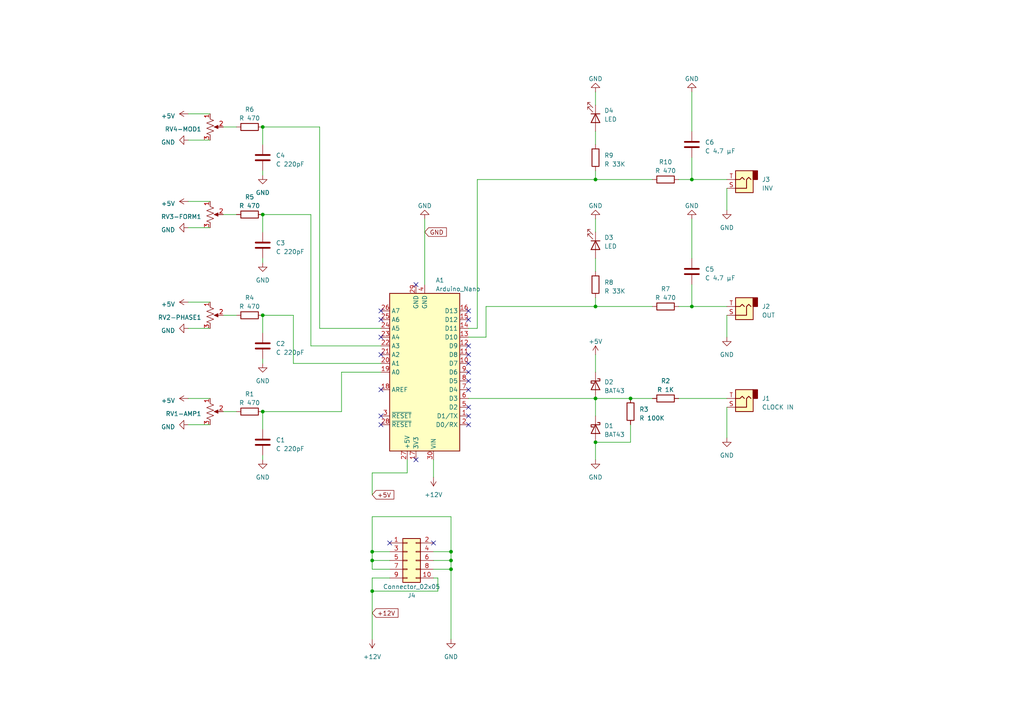
<source format=kicad_sch>
(kicad_sch (version 20230121) (generator eeschema)
  (paper "A4")
  (lib_symbols
    (symbol "Connector_Audio:AudioJack2"
      (property "Reference" "J" (at 0 8.89 0))
      (property "Value" "AudioJack2" (at 0 6.35 0))
      (symbol "AudioJack2_0_1"
        (rectangle (start -3.81 0) (end -2.54 -2.54) (stroke (width 0.254)) (fill (type outline)))
        (rectangle (start -2.54 3.81) (end 2.54 -2.54) (stroke (width 0.254)) (fill (type background)))
        (polyline (pts (xy 0 0) (xy 0.635 -0.635) (xy 1.27 0) (xy 2.54 0)) (stroke (width 0.254)))
        (polyline (pts (xy 2.54 2.54) (xy -0.635 2.54) (xy -0.635 0) (xy -1.27 -0.635) (xy -1.905 0)) (stroke (width 0.254)))
      )
      (symbol "AudioJack2_1_1"
        (pin passive line (at 5.08 2.54 180) (length 2.54) (name "~") (number "S"))
        (pin passive line (at 5.08 0 180) (length 2.54) (name "~") (number "T"))
      )
    )
    (symbol "Connector_Generic:Conn_02x05_Odd_Even" (pin_names (offset 1.016) hide)
      (property "Reference" "J" (at 1.27 7.62 0))
      (property "Value" "Conn_02x05_Odd_Even" (at 1.27 -7.62 0))
      (symbol "Conn_02x05_Odd_Even_1_1"
        (rectangle (start -1.27 -4.953) (end 0 -5.207) (stroke (width 0.1524)))
        (rectangle (start -1.27 -2.413) (end 0 -2.667) (stroke (width 0.1524)))
        (rectangle (start -1.27 0.127) (end 0 -0.127) (stroke (width 0.1524)))
        (rectangle (start -1.27 2.667) (end 0 2.413) (stroke (width 0.1524)))
        (rectangle (start -1.27 5.207) (end 0 4.953) (stroke (width 0.1524)))
        (rectangle (start -1.27 6.35) (end 3.81 -6.35) (stroke (width 0.254)) (fill (type background)))
        (rectangle (start 3.81 -4.953) (end 2.54 -5.207) (stroke (width 0.1524)))
        (rectangle (start 3.81 -2.413) (end 2.54 -2.667) (stroke (width 0.1524)))
        (rectangle (start 3.81 0.127) (end 2.54 -0.127) (stroke (width 0.1524)))
        (rectangle (start 3.81 2.667) (end 2.54 2.413) (stroke (width 0.1524)))
        (rectangle (start 3.81 5.207) (end 2.54 4.953) (stroke (width 0.1524)))
        (pin passive line (at -5.08 5.08 0) (length 3.81) (name "Pin_1") (number "1"))
        (pin passive line (at 7.62 -5.08 180) (length 3.81) (name "Pin_10") (number "10"))
        (pin passive line (at 7.62 5.08 180) (length 3.81) (name "Pin_2") (number "2"))
        (pin passive line (at -5.08 2.54 0) (length 3.81) (name "Pin_3") (number "3"))
        (pin passive line (at 7.62 2.54 180) (length 3.81) (name "Pin_4") (number "4"))
        (pin passive line (at -5.08 0 0) (length 3.81) (name "Pin_5") (number "5"))
        (pin passive line (at 7.62 0 180) (length 3.81) (name "Pin_6") (number "6"))
        (pin passive line (at -5.08 -2.54 0) (length 3.81) (name "Pin_7") (number "7"))
        (pin passive line (at 7.62 -2.54 180) (length 3.81) (name "Pin_8") (number "8"))
        (pin passive line (at -5.08 -5.08 0) (length 3.81) (name "Pin_9") (number "9"))
      )
    )
    (symbol "Device:C" (pin_numbers hide) (pin_names (offset 0.254))
      (property "Reference" "C" (at 0.635 2.54 0))
      (property "Value" "C" (at 0.635 -2.54 0))
      (symbol "C_0_1"
        (polyline (pts (xy -2.032 -0.762) (xy 2.032 -0.762)) (stroke (width 0.508)))
        (polyline (pts (xy -2.032 0.762) (xy 2.032 0.762)) (stroke (width 0.508)))
      )
      (symbol "C_1_1"
        (pin passive line (at 0 3.81 270) (length 2.794) (name "~") (number "1"))
        (pin passive line (at 0 -3.81 90) (length 2.794) (name "~") (number "2"))
      )
    )
    (symbol "Device:LED" (pin_numbers hide) (pin_names (offset 1.016) hide)
      (property "Reference" "D" (at 0 2.54 0))
      (property "Value" "LED" (at 0 -2.54 0))
      (symbol "LED_0_1"
        (polyline (pts (xy -1.27 -1.27) (xy -1.27 1.27)) (stroke (width 0.254)))
        (polyline (pts (xy -1.27 0) (xy 1.27 0)))
        (polyline (pts (xy 1.27 -1.27) (xy 1.27 1.27) (xy -1.27 0) (xy 1.27 -1.27)) (stroke (width 0.254)))
        (polyline (pts (xy -3.048 -0.762) (xy -4.572 -2.286) (xy -3.81 -2.286) (xy -4.572 -2.286) (xy -4.572 -1.524)))
        (polyline (pts (xy -1.778 -0.762) (xy -3.302 -2.286) (xy -2.54 -2.286) (xy -3.302 -2.286) (xy -3.302 -1.524)))
      )
      (symbol "LED_1_1"
        (pin passive line (at -3.81 0 0) (length 2.54) (name "K") (number "1"))
        (pin passive line (at 3.81 0 180) (length 2.54) (name "A") (number "2"))
      )
    )
    (symbol "Device:R" (pin_numbers hide) (pin_names (offset 0))
      (property "Reference" "R" (at 2.032 0 90))
      (property "Value" "R" (at 0 0 90))
      (symbol "R_0_1"
        (rectangle (start -1.016 -2.54) (end 1.016 2.54) (stroke (width 0.254)))
      )
      (symbol "R_1_1"
        (pin passive line (at 0 3.81 270) (length 1.27) (name "~") (number "1"))
        (pin passive line (at 0 -3.81 90) (length 1.27) (name "~") (number "2"))
      )
    )
    (symbol "Device:R_Potentiometer_US" (pin_names (offset 1.016) hide)
      (property "Reference" "RV" (at -4.445 0 90))
      (property "Value" "R_Potentiometer_US" (at -2.54 0 90))
      (symbol "R_Potentiometer_US_0_1"
        (polyline (pts (xy 0 -2.286) (xy 0 -2.54)))
        (polyline (pts (xy 0 2.54) (xy 0 2.286)))
        (polyline (pts (xy 2.54 0) (xy 1.524 0)))
        (polyline (pts (xy 1.143 0) (xy 2.286 0.508) (xy 2.286 -0.508) (xy 1.143 0)) (fill (type outline)))
        (polyline (pts (xy 0 -0.762) (xy 1.016 -1.143) (xy 0 -1.524) (xy -1.016 -1.905) (xy 0 -2.286)))
        (polyline (pts (xy 0 0.762) (xy 1.016 0.381) (xy 0 0) (xy -1.016 -0.381) (xy 0 -0.762)))
        (polyline (pts (xy 0 2.286) (xy 1.016 1.905) (xy 0 1.524) (xy -1.016 1.143) (xy 0 0.762)))
      )
      (symbol "R_Potentiometer_US_1_1"
        (pin passive line (at 0 3.81 270) (length 1.27) (name "1") (number "1"))
        (pin passive line (at 3.81 0 180) (length 1.27) (name "2") (number "2"))
        (pin passive line (at 0 -3.81 90) (length 1.27) (name "3") (number "3"))
      )
    )
    (symbol "Diode:BAT43" (pin_numbers hide) (pin_names (offset 1.016) hide)
      (property "Reference" "D" (at 0 2.54 0))
      (property "Value" "BAT43" (at 0 -2.54 0))
      (symbol "BAT43_0_1"
        (polyline (pts (xy 1.27 0) (xy -1.27 0)))
        (polyline (pts (xy 1.27 1.27) (xy 1.27 -1.27) (xy -1.27 0) (xy 1.27 1.27)) (stroke (width 0.254)))
        (polyline (pts (xy -1.905 0.635) (xy -1.905 1.27) (xy -1.27 1.27) (xy -1.27 -1.27) (xy -0.635 -1.27) (xy -0.635 -0.635)) (stroke (width 0.254)))
      )
      (symbol "BAT43_1_1"
        (pin passive line (at -3.81 0 0) (length 2.54) (name "K") (number "1"))
        (pin passive line (at 3.81 0 180) (length 2.54) (name "A") (number "2"))
      )
    )
    (symbol "MCU_Module:Arduino_Nano_v3.x"
      (property "Reference" "A" (at -10.16 23.495 0))
      (property "Value" "Arduino_Nano_v3.x" (at 5.08 -24.13 0))
      (symbol "Arduino_Nano_v3.x_0_1"
        (rectangle (start -10.16 22.86) (end 10.16 -22.86) (stroke (width 0.254)) (fill (type background)))
      )
      (symbol "Arduino_Nano_v3.x_1_1"
        (pin bidirectional line (at -12.7 12.7 0) (length 2.54) (name "D1/TX") (number "1"))
        (pin bidirectional line (at -12.7 -2.54 0) (length 2.54) (name "D7") (number "10"))
        (pin bidirectional line (at -12.7 -5.08 0) (length 2.54) (name "D8") (number "11"))
        (pin bidirectional line (at -12.7 -7.62 0) (length 2.54) (name "D9") (number "12"))
        (pin bidirectional line (at -12.7 -10.16 0) (length 2.54) (name "D10") (number "13"))
        (pin bidirectional line (at -12.7 -12.7 0) (length 2.54) (name "D11") (number "14"))
        (pin bidirectional line (at -12.7 -15.24 0) (length 2.54) (name "D12") (number "15"))
        (pin bidirectional line (at -12.7 -17.78 0) (length 2.54) (name "D13") (number "16"))
        (pin power_out line (at 2.54 25.4 270) (length 2.54) (name "3V3") (number "17"))
        (pin input line (at 12.7 5.08 180) (length 2.54) (name "AREF") (number "18"))
        (pin bidirectional line (at 12.7 0 180) (length 2.54) (name "A0") (number "19"))
        (pin bidirectional line (at -12.7 15.24 0) (length 2.54) (name "D0/RX") (number "2"))
        (pin bidirectional line (at 12.7 -2.54 180) (length 2.54) (name "A1") (number "20"))
        (pin bidirectional line (at 12.7 -5.08 180) (length 2.54) (name "A2") (number "21"))
        (pin bidirectional line (at 12.7 -7.62 180) (length 2.54) (name "A3") (number "22"))
        (pin bidirectional line (at 12.7 -10.16 180) (length 2.54) (name "A4") (number "23"))
        (pin bidirectional line (at 12.7 -12.7 180) (length 2.54) (name "A5") (number "24"))
        (pin bidirectional line (at 12.7 -15.24 180) (length 2.54) (name "A6") (number "25"))
        (pin bidirectional line (at 12.7 -17.78 180) (length 2.54) (name "A7") (number "26"))
        (pin power_out line (at 5.08 25.4 270) (length 2.54) (name "+5V") (number "27"))
        (pin input line (at 12.7 15.24 180) (length 2.54) (name "~{RESET}") (number "28"))
        (pin power_in line (at 2.54 -25.4 90) (length 2.54) (name "GND") (number "29"))
        (pin input line (at 12.7 12.7 180) (length 2.54) (name "~{RESET}") (number "3"))
        (pin power_in line (at -2.54 25.4 270) (length 2.54) (name "VIN") (number "30"))
        (pin power_in line (at 0 -25.4 90) (length 2.54) (name "GND") (number "4"))
        (pin bidirectional line (at -12.7 10.16 0) (length 2.54) (name "D2") (number "5"))
        (pin bidirectional line (at -12.7 7.62 0) (length 2.54) (name "D3") (number "6"))
        (pin bidirectional line (at -12.7 5.08 0) (length 2.54) (name "D4") (number "7"))
        (pin bidirectional line (at -12.7 2.54 0) (length 2.54) (name "D5") (number "8"))
        (pin bidirectional line (at -12.7 0 0) (length 2.54) (name "D6") (number "9"))
      )
    )
    (symbol "power:+12V" (power) (pin_names (offset 0))
      (property "Value" "+12V" (at 0 3.556 0))
      (symbol "+12V_0_1"
        (polyline (pts (xy -0.762 1.27) (xy 0 2.54)))
        (polyline (pts (xy 0 0) (xy 0 2.54)))
        (polyline (pts (xy 0 2.54) (xy 0.762 1.27)))
      )
      (symbol "+12V_1_1"
        (pin power_in line (at 0 0 90) (length 0) hide (name "+12V") (number "1"))
      )
    )
    (symbol "power:+5V" (power) (pin_names (offset 0))
      (property "Value" "+5V" (at 0 3.556 0))
      (symbol "+5V_0_1"
        (polyline (pts (xy -0.762 1.27) (xy 0 2.54)))
        (polyline (pts (xy 0 0) (xy 0 2.54)))
        (polyline (pts (xy 0 2.54) (xy 0.762 1.27)))
      )
      (symbol "+5V_1_1"
        (pin power_in line (at 0 0 90) (length 0) hide (name "+5V") (number "1"))
      )
    )
    (symbol "power:GND" (power) (pin_names (offset 0))
      (property "Value" "GND" (at 0 -3.81 0))
      (symbol "GND_0_1"
        (polyline (pts (xy 0 0) (xy 0 -1.27) (xy 1.27 -1.27) (xy 0 -2.54) (xy -1.27 -1.27) (xy 0 -1.27)))
      )
      (symbol "GND_1_1"
        (pin power_in line (at 0 0 270) (length 0) hide (name "GND") (number "1"))
      )
    )
  )
  (junction (at 107.95 171.45))
  (junction (at 172.72 128.27))
  (junction (at 200.66 88.9))
  (junction (at 76.2 62.23))
  (junction (at 76.2 36.83))
  (junction (at 182.88 115.57))
  (junction (at 172.72 115.57))
  (junction (at 200.66 52.07))
  (junction (at 130.81 160.02))
  (junction (at 107.95 160.02))
  (junction (at 130.81 165.1))
  (junction (at 130.81 162.56))
  (junction (at 76.2 91.44))
  (junction (at 172.72 52.07))
  (junction (at 76.2 119.38))
  (junction (at 172.72 88.9))
  (junction (at 107.95 162.56))
  (no_connect (at 135.89 123.19))
  (no_connect (at 110.49 113.03))
  (no_connect (at 135.89 100.33))
  (no_connect (at 125.73 157.48))
  (no_connect (at 135.89 102.87))
  (no_connect (at 135.89 92.71))
  (no_connect (at 135.89 90.17))
  (no_connect (at 110.49 102.87))
  (no_connect (at 110.49 92.71))
  (no_connect (at 135.89 105.41))
  (no_connect (at 110.49 123.19))
  (no_connect (at 135.89 120.65))
  (no_connect (at 135.89 113.03))
  (no_connect (at 110.49 120.65))
  (no_connect (at 110.49 90.17))
  (no_connect (at 110.49 97.79))
  (no_connect (at 135.89 110.49))
  (no_connect (at 135.89 107.95))
  (no_connect (at 120.65 82.55))
  (no_connect (at 113.03 157.48))
  (no_connect (at 135.89 118.11))
  (no_connect (at 120.65 133.35))
  (wire (pts (xy 182.88 128.27) (xy 172.72 128.27)))
  (wire (pts (xy 138.43 95.25) (xy 138.43 52.07)))
  (wire (pts (xy 196.85 115.57) (xy 210.82 115.57)))
  (wire (pts (xy 172.72 88.9) (xy 189.23 88.9)))
  (wire (pts (xy 107.95 162.56) (xy 113.03 162.56)))
  (wire (pts (xy 76.2 119.38) (xy 99.06 119.38)))
  (wire (pts (xy 107.95 167.64) (xy 107.95 171.45)))
  (wire (pts (xy 210.82 91.44) (xy 210.82 97.79)))
  (wire (pts (xy 76.2 132.08) (xy 76.2 133.35)))
  (wire (pts (xy 107.95 162.56) (xy 107.95 165.1)))
  (wire (pts (xy 64.77 62.23) (xy 68.58 62.23)))
  (wire (pts (xy 172.72 63.5) (xy 172.72 67.31)))
  (wire (pts (xy 200.66 63.5) (xy 200.66 74.93)))
  (wire (pts (xy 107.95 160.02) (xy 113.03 160.02)))
  (wire (pts (xy 113.03 167.64) (xy 107.95 167.64)))
  (wire (pts (xy 189.23 115.57) (xy 182.88 115.57)))
  (wire (pts (xy 90.17 62.23) (xy 90.17 100.33)))
  (wire (pts (xy 135.89 115.57) (xy 172.72 115.57)))
  (wire (pts (xy 110.49 95.25) (xy 92.71 95.25)))
  (wire (pts (xy 110.49 107.95) (xy 99.06 107.95)))
  (wire (pts (xy 54.61 58.42) (xy 60.96 58.42)))
  (wire (pts (xy 140.97 88.9) (xy 140.97 97.79)))
  (wire (pts (xy 196.85 88.9) (xy 200.66 88.9)))
  (wire (pts (xy 172.72 49.53) (xy 172.72 52.07)))
  (wire (pts (xy 130.81 165.1) (xy 130.81 162.56)))
  (wire (pts (xy 130.81 160.02) (xy 130.81 149.86)))
  (wire (pts (xy 64.77 119.38) (xy 68.58 119.38)))
  (wire (pts (xy 76.2 74.93) (xy 76.2 76.2)))
  (wire (pts (xy 107.95 171.45) (xy 127 171.45)))
  (wire (pts (xy 210.82 54.61) (xy 210.82 60.96)))
  (wire (pts (xy 172.72 115.57) (xy 172.72 120.65)))
  (wire (pts (xy 172.72 86.36) (xy 172.72 88.9)))
  (wire (pts (xy 125.73 133.35) (xy 125.73 138.43)))
  (wire (pts (xy 172.72 38.1) (xy 172.72 41.91)))
  (wire (pts (xy 107.95 137.16) (xy 107.95 143.51)))
  (wire (pts (xy 76.2 36.83) (xy 76.2 41.91)))
  (wire (pts (xy 54.61 95.25) (xy 60.96 95.25)))
  (wire (pts (xy 127 167.64) (xy 125.73 167.64)))
  (wire (pts (xy 118.11 137.16) (xy 118.11 133.35)))
  (wire (pts (xy 54.61 40.64) (xy 60.96 40.64)))
  (wire (pts (xy 92.71 36.83) (xy 76.2 36.83)))
  (wire (pts (xy 125.73 160.02) (xy 130.81 160.02)))
  (wire (pts (xy 92.71 95.25) (xy 92.71 36.83)))
  (wire (pts (xy 172.72 128.27) (xy 172.72 133.35)))
  (wire (pts (xy 110.49 105.41) (xy 85.09 105.41)))
  (wire (pts (xy 76.2 104.14) (xy 76.2 105.41)))
  (wire (pts (xy 172.72 52.07) (xy 189.23 52.07)))
  (wire (pts (xy 76.2 62.23) (xy 76.2 67.31)))
  (wire (pts (xy 107.95 165.1) (xy 113.03 165.1)))
  (wire (pts (xy 125.73 165.1) (xy 130.81 165.1)))
  (wire (pts (xy 127 171.45) (xy 127 167.64)))
  (wire (pts (xy 90.17 100.33) (xy 110.49 100.33)))
  (wire (pts (xy 200.66 52.07) (xy 200.66 45.72)))
  (wire (pts (xy 54.61 87.63) (xy 60.96 87.63)))
  (wire (pts (xy 76.2 119.38) (xy 76.2 124.46)))
  (wire (pts (xy 107.95 171.45) (xy 107.95 185.42)))
  (wire (pts (xy 135.89 95.25) (xy 138.43 95.25)))
  (wire (pts (xy 200.66 52.07) (xy 210.82 52.07)))
  (wire (pts (xy 125.73 162.56) (xy 130.81 162.56)))
  (wire (pts (xy 54.61 115.57) (xy 60.96 115.57)))
  (wire (pts (xy 107.95 137.16) (xy 118.11 137.16)))
  (wire (pts (xy 85.09 105.41) (xy 85.09 91.44)))
  (wire (pts (xy 90.17 62.23) (xy 76.2 62.23)))
  (wire (pts (xy 64.77 36.83) (xy 68.58 36.83)))
  (wire (pts (xy 64.77 91.44) (xy 68.58 91.44)))
  (wire (pts (xy 130.81 149.86) (xy 107.95 149.86)))
  (wire (pts (xy 182.88 123.19) (xy 182.88 128.27)))
  (wire (pts (xy 54.61 66.04) (xy 60.96 66.04)))
  (wire (pts (xy 130.81 162.56) (xy 130.81 160.02)))
  (wire (pts (xy 210.82 118.11) (xy 210.82 127)))
  (wire (pts (xy 54.61 33.02) (xy 60.96 33.02)))
  (wire (pts (xy 172.72 88.9) (xy 140.97 88.9)))
  (wire (pts (xy 76.2 49.53) (xy 76.2 50.8)))
  (wire (pts (xy 200.66 88.9) (xy 200.66 82.55)))
  (wire (pts (xy 172.72 74.93) (xy 172.72 78.74)))
  (wire (pts (xy 130.81 165.1) (xy 130.81 185.42)))
  (wire (pts (xy 99.06 107.95) (xy 99.06 119.38)))
  (wire (pts (xy 138.43 52.07) (xy 172.72 52.07)))
  (wire (pts (xy 172.72 102.87) (xy 172.72 107.95)))
  (wire (pts (xy 196.85 52.07) (xy 200.66 52.07)))
  (wire (pts (xy 54.61 123.19) (xy 60.96 123.19)))
  (wire (pts (xy 200.66 26.67) (xy 200.66 38.1)))
  (wire (pts (xy 85.09 91.44) (xy 76.2 91.44)))
  (wire (pts (xy 123.19 63.5) (xy 123.19 82.55)))
  (wire (pts (xy 107.95 149.86) (xy 107.95 160.02)))
  (wire (pts (xy 107.95 160.02) (xy 107.95 162.56)))
  (wire (pts (xy 172.72 26.67) (xy 172.72 30.48)))
  (wire (pts (xy 172.72 115.57) (xy 182.88 115.57)))
  (wire (pts (xy 76.2 91.44) (xy 76.2 96.52)))
  (wire (pts (xy 140.97 97.79) (xy 135.89 97.79)))
  (wire (pts (xy 200.66 88.9) (xy 210.82 88.9)))
  (global_label "+12V" (shape input) (at 107.95 177.8 0) (property "Intersheetrefs" "${INTERSHEET_REFS}" (effects hide)))
  (global_label "GND" (shape input) (at 123.19 67.31 0) (property "Intersheetrefs" "${INTERSHEET_REFS}" (effects hide)))
  (global_label "+5V" (shape input) (at 107.95 143.51 0) (property "Intersheetrefs" "${INTERSHEET_REFS}" (effects hide)))
  (symbol (lib_id "power:GND") (at 54.61 123.19 270) (unit 1)
    (property "Reference" "#PWR02" (effects hide))
    (property "Value" "GND" (at 50.8 123.825 90) (effects (justify right)))
  )
  (symbol (lib_id "Device:R_Potentiometer_US") (at 60.96 62.23 0) (unit 1)
    (property "Reference" "RV3-FORM1" (at 58.42 62.865 0) (effects (justify right)))
    (property "Value" "R_Potentiometer_US" (effects hide))
    (property "Footprint" "Potentiometer_THT:Potentiometer_Alps_RK09K_Single_Vertical" (effects hide))
  )
  (symbol (lib_id "power:GND") (at 210.82 127 0) (unit 1)
    (property "Reference" "#PWR06" (effects hide))
    (property "Value" "GND" (at 210.82 132.08 0))
  )
  (symbol (lib_id "power:GND") (at 54.61 40.64 270) (unit 1)
    (property "Reference" "#PWR015" (effects hide))
    (property "Value" "GND" (at 50.8 41.275 90) (effects (justify right)))
  )
  (symbol (lib_id "Device:C") (at 200.66 41.91 0) (unit 1)
    (property "Reference" "C6" (at 204.47 41.275 0) (effects (justify left)))
    (property "Value" "C 4.7 µF" (at 204.47 43.815 0) (effects (justify left)))
    (property "Footprint" "Capacitor_THT:C_Radial_D5.0mm_H11.0mm_P2.00mm" (effects hide))
  )
  (symbol (lib_id "Device:R_Potentiometer_US") (at 60.96 91.44 0) (unit 1)
    (property "Reference" "RV2-PHASE1" (at 58.42 92.075 0) (effects (justify right)))
    (property "Value" "R_Potentiometer_US" (effects hide))
    (property "Footprint" "Potentiometer_THT:Potentiometer_Alps_RK09K_Single_Vertical" (effects hide))
  )
  (symbol (lib_id "Device:C") (at 76.2 128.27 0) (unit 1)
    (property "Reference" "C1" (at 80.01 127.635 0) (effects (justify left)))
    (property "Value" "C 220pF" (at 80.01 130.175 0) (effects (justify left)))
    (property "Footprint" "Capacitor_THT:C_Disc_D4.3mm_W1.9mm_P5.00mm" (effects hide))
  )
  (symbol (lib_id "power:GND") (at 172.72 63.5 180) (unit 1)
    (property "Reference" "#PWR017" (effects hide))
    (property "Value" "GND" (at 172.72 59.69 0))
  )
  (symbol (lib_id "Device:R") (at 193.04 88.9 90) (unit 1)
    (property "Reference" "R7" (at 193.04 83.82 90))
    (property "Value" "R 470" (at 193.04 86.36 90))
    (property "Footprint" "Resistor_THT:R_Axial_DIN0204_L3.6mm_D1.6mm_P2.54mm_Vertical" (effects hide))
  )
  (symbol (lib_id "power:GND") (at 200.66 63.5 180) (unit 1)
    (property "Reference" "#PWR018" (effects hide))
    (property "Value" "GND" (at 200.66 59.69 0))
  )
  (symbol (lib_id "Device:R") (at 172.72 82.55 180) (unit 1)
    (property "Reference" "R8" (at 175.26 81.915 0) (effects (justify right)))
    (property "Value" "R 33K" (at 175.26 84.455 0) (effects (justify right)))
    (property "Footprint" "Resistor_THT:R_Axial_DIN0204_L3.6mm_D1.6mm_P2.54mm_Vertical" (effects hide))
  )
  (symbol (lib_id "power:GND") (at 172.72 26.67 180) (unit 1)
    (property "Reference" "#PWR01" (effects hide))
    (property "Value" "GND" (at 172.72 22.86 0))
  )
  (symbol (lib_id "power:+5V") (at 172.72 102.87 0) (unit 1)
    (property "Reference" "#PWR07" (effects hide))
    (property "Value" "+5V" (at 172.72 99.06 0))
  )
  (symbol (lib_id "MCU_Module:Arduino_Nano_v3.x") (at 123.19 107.95 180) (unit 1)
    (property "Reference" "A1" (at 126.3397 81.28 0) (effects (justify right)))
    (property "Value" "Arduino_Nano" (at 126.3397 83.82 0) (effects (justify right)))
    (property "Footprint" "Module:Arduino_Nano" (effects hide))
    (property "Datasheet" "http://www.mouser.com/pdfdocs/Gravitech_Arduino_Nano3_0.pdf" (effects hide))
  )
  (symbol (lib_id "power:GND") (at 172.72 133.35 0) (unit 1)
    (property "Reference" "#PWR05" (effects hide))
    (property "Value" "GND" (at 172.72 138.43 0))
  )
  (symbol (lib_id "power:+5V") (at 54.61 115.57 90) (unit 1)
    (property "Reference" "#PWR04" (effects hide))
    (property "Value" "+5V" (at 50.8 116.205 90) (effects (justify left)))
  )
  (symbol (lib_id "power:GND") (at 76.2 133.35 0) (unit 1)
    (property "Reference" "#PWR03" (effects hide))
    (property "Value" "GND" (at 76.2 138.43 0))
  )
  (symbol (lib_id "Device:LED") (at 172.72 34.29 270) (unit 1)
    (property "Reference" "D4" (at 175.26 32.0675 90) (effects (justify left)))
    (property "Value" "LED" (at 175.26 34.6075 90) (effects (justify left)))
    (property "Footprint" "LED_THT:LED_D3.0mm" (effects hide))
  )
  (symbol (lib_id "Device:R") (at 72.39 91.44 90) (unit 1)
    (property "Reference" "R4" (at 72.39 86.36 90))
    (property "Value" "R 470" (at 72.39 88.9 90))
    (property "Footprint" "Resistor_THT:R_Axial_DIN0204_L3.6mm_D1.6mm_P2.54mm_Vertical" (effects hide))
  )
  (symbol (lib_id "power:+12V") (at 125.73 138.43 180) (unit 1)
    (property "Reference" "#PWR022" (effects hide))
    (property "Value" "+12V" (at 125.73 143.51 0))
  )
  (symbol (lib_id "Device:R_Potentiometer_US") (at 60.96 36.83 0) (unit 1)
    (property "Reference" "RV4-MOD1" (at 58.42 37.465 0) (effects (justify right)))
    (property "Value" "R_Potentiometer_US" (effects hide))
    (property "Footprint" "Potentiometer_THT:Potentiometer_Alps_RK09K_Single_Vertical" (effects hide))
  )
  (symbol (lib_id "Device:R") (at 72.39 119.38 90) (unit 1)
    (property "Reference" "R1" (at 72.39 114.3 90))
    (property "Value" "R 470" (at 72.39 116.84 90))
    (property "Footprint" "Resistor_THT:R_Axial_DIN0204_L3.6mm_D1.6mm_P2.54mm_Vertical" (effects hide))
  )
  (symbol (lib_id "Device:R") (at 193.04 52.07 90) (unit 1)
    (property "Reference" "R10" (at 193.04 46.99 90))
    (property "Value" "R 470" (at 193.04 49.53 90))
    (property "Footprint" "Resistor_THT:R_Axial_DIN0204_L3.6mm_D1.6mm_P2.54mm_Vertical" (effects hide))
  )
  (symbol (lib_id "power:GND") (at 76.2 50.8 0) (unit 1)
    (property "Reference" "#PWR016" (effects hide))
    (property "Value" "GND" (at 76.2 55.88 0))
  )
  (symbol (lib_id "power:GND") (at 200.66 26.67 180) (unit 1)
    (property "Reference" "#PWR020" (effects hide))
    (property "Value" "GND" (at 200.66 22.86 0))
  )
  (symbol (lib_id "Connector_Audio:AudioJack2") (at 215.9 52.07 180) (unit 1)
    (property "Reference" "J3" (at 220.98 52.07 0) (effects (justify right)))
    (property "Value" "INV" (at 220.98 54.61 0) (effects (justify right)))
    (property "Footprint" "Connector_Audio:Jack_3.5mm_QingPu_WQP-PJ398SM_Vertical_CircularHoles" (effects hide))
  )
  (symbol (lib_id "power:GND") (at 130.81 185.42 0) (unit 1)
    (property "Reference" "#PWR024" (effects hide))
    (property "Value" "GND" (at 130.81 190.5 0))
  )
  (symbol (lib_id "power:GND") (at 76.2 76.2 0) (unit 1)
    (property "Reference" "#PWR013" (effects hide))
    (property "Value" "GND" (at 76.2 81.28 0))
  )
  (symbol (lib_id "Device:C") (at 200.66 78.74 0) (unit 1)
    (property "Reference" "C5" (at 204.47 78.105 0) (effects (justify left)))
    (property "Value" "C 4.7 µF" (at 204.47 80.645 0) (effects (justify left)))
    (property "Footprint" "Capacitor_THT:C_Radial_D5.0mm_H11.0mm_P2.00mm" (effects hide))
  )
  (symbol (lib_id "Connector_Audio:AudioJack2") (at 215.9 115.57 180) (unit 1)
    (property "Reference" "J1" (at 220.98 115.57 0) (effects (justify right)))
    (property "Value" "CLOCK IN" (at 220.98 118.11 0) (effects (justify right)))
    (property "Footprint" "Connector_Audio:Jack_3.5mm_QingPu_WQP-PJ398SM_Vertical_CircularHoles" (effects hide))
  )
  (symbol (lib_id "power:+5V") (at 54.61 87.63 90) (unit 1)
    (property "Reference" "#PWR08" (effects hide))
    (property "Value" "+5V" (at 50.8 88.265 90) (effects (justify left)))
  )
  (symbol (lib_id "Device:R") (at 72.39 62.23 90) (unit 1)
    (property "Reference" "R5" (at 72.39 57.15 90))
    (property "Value" "R 470" (at 72.39 59.69 90))
    (property "Footprint" "Resistor_THT:R_Axial_DIN0204_L3.6mm_D1.6mm_P2.54mm_Vertical" (effects hide))
  )
  (symbol (lib_id "Device:R") (at 72.39 36.83 90) (unit 1)
    (property "Reference" "R6" (at 72.39 31.75 90))
    (property "Value" "R 470" (at 72.39 34.29 90))
    (property "Footprint" "Resistor_THT:R_Axial_DIN0204_L3.6mm_D1.6mm_P2.54mm_Vertical" (effects hide))
  )
  (symbol (lib_id "Connector_Audio:AudioJack2") (at 215.9 88.9 180) (unit 1)
    (property "Reference" "J2" (at 220.98 88.9 0) (effects (justify right)))
    (property "Value" "OUT" (at 220.98 91.44 0) (effects (justify right)))
    (property "Footprint" "Connector_Audio:Jack_3.5mm_QingPu_WQP-PJ398SM_Vertical_CircularHoles" (effects hide))
  )
  (symbol (lib_id "Device:LED") (at 172.72 71.12 270) (unit 1)
    (property "Reference" "D3" (at 175.26 68.8975 90) (effects (justify left)))
    (property "Value" "LED" (at 175.26 71.4375 90) (effects (justify left)))
    (property "Footprint" "LED_THT:LED_D3.0mm" (effects hide))
  )
  (symbol (lib_id "Device:R") (at 182.88 119.38 180) (unit 1)
    (property "Reference" "R3" (at 185.42 118.745 0) (effects (justify right)))
    (property "Value" "R 100K" (at 185.42 121.285 0) (effects (justify right)))
    (property "Footprint" "Resistor_THT:R_Axial_DIN0204_L3.6mm_D1.6mm_P2.54mm_Vertical" (effects hide))
  )
  (symbol (lib_id "Device:R") (at 193.04 115.57 90) (unit 1)
    (property "Reference" "R2" (at 193.04 110.49 90))
    (property "Value" "R 1K" (at 193.04 113.03 90))
    (property "Footprint" "Resistor_THT:R_Axial_DIN0204_L3.6mm_D1.6mm_P2.54mm_Vertical" (effects hide))
  )
  (symbol (lib_id "Diode:BAT43") (at 172.72 111.76 270) (unit 1)
    (property "Reference" "D2" (at 175.26 110.8075 90) (effects (justify left)))
    (property "Value" "BAT43" (at 175.26 113.3475 90) (effects (justify left)))
    (property "Footprint" "Diode_THT:D_DO-35_SOD27_P7.62mm_Horizontal" (effects hide))
    (property "Datasheet" "http://www.vishay.com/docs/85660/bat42.pdf" (effects hide))
  )
  (symbol (lib_id "power:GND") (at 210.82 60.96 0) (unit 1)
    (property "Reference" "#PWR025" (effects hide))
    (property "Value" "GND" (at 210.82 66.04 0))
  )
  (symbol (lib_id "power:+5V") (at 54.61 33.02 90) (unit 1)
    (property "Reference" "#PWR014" (effects hide))
    (property "Value" "+5V" (at 50.8 33.655 90) (effects (justify left)))
  )
  (symbol (lib_id "power:GND") (at 210.82 97.79 0) (unit 1)
    (property "Reference" "#PWR019" (effects hide))
    (property "Value" "GND" (at 210.82 102.87 0))
  )
  (symbol (lib_id "power:GND") (at 123.19 63.5 180) (unit 1)
    (property "Reference" "#PWR021" (effects hide))
    (property "Value" "GND" (at 123.19 59.69 0))
  )
  (symbol (lib_id "power:GND") (at 54.61 95.25 270) (unit 1)
    (property "Reference" "#PWR09" (effects hide))
    (property "Value" "GND" (at 50.8 95.885 90) (effects (justify right)))
  )
  (symbol (lib_id "Diode:BAT43") (at 172.72 124.46 270) (unit 1)
    (property "Reference" "D1" (at 175.26 123.5075 90) (effects (justify left)))
    (property "Value" "BAT43" (at 175.26 126.0475 90) (effects (justify left)))
    (property "Footprint" "Diode_THT:D_DO-35_SOD27_P7.62mm_Horizontal" (effects hide))
    (property "Datasheet" "http://www.vishay.com/docs/85660/bat42.pdf" (effects hide))
  )
  (symbol (lib_id "Device:C") (at 76.2 45.72 0) (unit 1)
    (property "Reference" "C4" (at 80.01 45.085 0) (effects (justify left)))
    (property "Value" "C 220pF" (at 80.01 47.625 0) (effects (justify left)))
    (property "Footprint" "Capacitor_THT:C_Disc_D4.3mm_W1.9mm_P5.00mm" (effects hide))
  )
  (symbol (lib_id "Connector_Generic:Conn_02x05_Odd_Even") (at 118.11 162.56 0) (unit 1)
    (property "Reference" "J4" (at 119.38 172.72 0))
    (property "Value" "Connector_02x05" (at 119.38 170.18 0))
    (property "Footprint" "Connector_IDC:IDC-Header_2x05_P2.54mm_Vertical" (effects hide))
  )
  (symbol (lib_id "Device:C") (at 76.2 100.33 0) (unit 1)
    (property "Reference" "C2" (at 80.01 99.695 0) (effects (justify left)))
    (property "Value" "C 220pF" (at 80.01 102.235 0) (effects (justify left)))
    (property "Footprint" "Capacitor_THT:C_Disc_D4.3mm_W1.9mm_P5.00mm" (effects hide))
  )
  (symbol (lib_id "Device:R") (at 172.72 45.72 180) (unit 1)
    (property "Reference" "R9" (at 175.26 45.085 0) (effects (justify right)))
    (property "Value" "R 33K" (at 175.26 47.625 0) (effects (justify right)))
    (property "Footprint" "Resistor_THT:R_Axial_DIN0204_L3.6mm_D1.6mm_P2.54mm_Vertical" (effects hide))
  )
  (symbol (lib_id "power:+12V") (at 107.95 185.42 180) (unit 1)
    (property "Reference" "#PWR023" (effects hide))
    (property "Value" "+12V" (at 107.95 190.5 0))
  )
  (symbol (lib_id "power:+5V") (at 54.61 58.42 90) (unit 1)
    (property "Reference" "#PWR011" (effects hide))
    (property "Value" "+5V" (at 50.8 59.055 90) (effects (justify left)))
  )
  (symbol (lib_id "Device:R_Potentiometer_US") (at 60.96 119.38 0) (unit 1)
    (property "Reference" "RV1-AMP1" (at 58.42 120.015 0) (effects (justify right)))
    (property "Value" "R_Potentiometer_US" (effects hide))
    (property "Footprint" "Potentiometer_THT:Potentiometer_Alps_RK09K_Single_Vertical" (effects hide))
  )
  (symbol (lib_id "power:GND") (at 76.2 105.41 0) (unit 1)
    (property "Reference" "#PWR010" (effects hide))
    (property "Value" "GND" (at 76.2 110.49 0))
  )
  (symbol (lib_id "Device:C") (at 76.2 71.12 0) (unit 1)
    (property "Reference" "C3" (at 80.01 70.485 0) (effects (justify left)))
    (property "Value" "C 220pF" (at 80.01 73.025 0) (effects (justify left)))
    (property "Footprint" "Capacitor_THT:C_Disc_D4.3mm_W1.9mm_P5.00mm" (effects hide))
  )
  (symbol (lib_id "power:GND") (at 54.61 66.04 270) (unit 1)
    (property "Reference" "#PWR012" (effects hide))
    (property "Value" "GND" (at 50.8 66.675 90) (effects (justify right)))
  )
)
</source>
